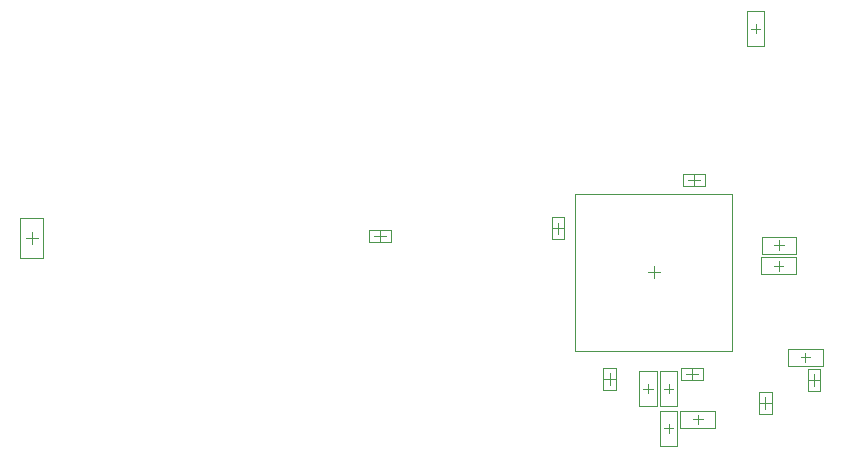
<source format=gbr>
%TF.GenerationSoftware,Altium Limited,Altium Designer,25.8.1 (18)*%
G04 Layer_Color=8388736*
%FSLAX45Y45*%
%MOMM*%
%TF.SameCoordinates,E40C52F6-B12D-486C-AAC2-1DB2447C0C70*%
%TF.FilePolarity,Positive*%
%TF.FileFunction,Other,Bottom_Courtyard*%
%TF.Part,Single*%
G01*
G75*
%TA.AperFunction,NonConductor*%
%ADD64C,0.10000*%
%ADD109C,0.05000*%
D64*
X6543079Y3209999D02*
Y3289999D01*
X6503079Y3249999D02*
X6583079D01*
X6990630Y6558432D02*
X7070630D01*
X7030630Y6518432D02*
Y6598433D01*
X5310000Y4867801D02*
X5410000D01*
X5360000Y4817801D02*
Y4917801D01*
X5412400Y4775401D02*
Y4960201D01*
X5307600D02*
X5412400D01*
X5307600Y4775401D02*
X5412400D01*
X5307600D02*
Y4960201D01*
X6513079Y5227054D02*
Y5327054D01*
X6463079Y5277053D02*
X6563079D01*
X6420679Y5329453D02*
X6605479D01*
X6420679Y5224654D02*
Y5329453D01*
X6605479Y5224654D02*
Y5329453D01*
X6420679Y5224654D02*
X6605479D01*
X7229414Y4685770D02*
Y4765769D01*
X7189414Y4725770D02*
X7269414D01*
X7475177Y3489711D02*
Y3674511D01*
Y3489711D02*
X7579977D01*
X7475177Y3674511D02*
X7579977D01*
Y3489711D02*
Y3674511D01*
X7527577Y3532111D02*
Y3632111D01*
X7477577Y3582111D02*
X7577577D01*
X851901Y4788801D02*
X951901D01*
X901901Y4738801D02*
Y4838801D01*
X7062347Y3297600D02*
Y3482400D01*
Y3297600D02*
X7167147D01*
X7062347Y3482400D02*
X7167147D01*
Y3297600D02*
Y3482400D01*
X7114747Y3340000D02*
Y3440000D01*
X7064747Y3390000D02*
X7164747D01*
X6120079Y3471029D02*
Y3551029D01*
X6080079Y3511029D02*
X6160079D01*
X6295079Y3471279D02*
Y3551279D01*
X6255079Y3511279D02*
X6335079D01*
X6294954Y3134999D02*
Y3214999D01*
X6254954Y3174999D02*
X6334954D01*
X6397679Y3688679D02*
X6582479D01*
X6397679Y3583879D02*
Y3688679D01*
X6582479Y3583879D02*
Y3688679D01*
X6397679Y3583879D02*
X6582479D01*
X6440079Y3636279D02*
X6540079D01*
X6490079Y3586279D02*
Y3686279D01*
X5742679Y3498880D02*
Y3683679D01*
Y3498880D02*
X5847479D01*
X5742679Y3683679D02*
X5847479D01*
Y3498880D02*
Y3683679D01*
X5795079Y3541280D02*
Y3641280D01*
X5745079Y3591280D02*
X5845079D01*
X7412577Y3775301D02*
X7492577D01*
X7452577Y3735301D02*
Y3815300D01*
X7186900Y4550612D02*
X7266900D01*
X7226900Y4510612D02*
Y4590612D01*
X6120079Y4497802D02*
X6220079D01*
X6170079Y4447801D02*
Y4547801D01*
X3849401Y4751800D02*
Y4851800D01*
X3799401Y4801800D02*
X3899401D01*
X3757001Y4749400D02*
X3941801D01*
Y4854200D01*
X3757001Y4749400D02*
Y4854200D01*
X3941801D01*
D109*
X6395179Y3322899D02*
X6690979D01*
X6395179Y3177099D02*
Y3322899D01*
Y3177099D02*
X6690979D01*
Y3322899D01*
X6957730Y6410533D02*
Y6706333D01*
Y6410533D02*
X7103530D01*
Y6706333D01*
X6957730D02*
X7103530D01*
X7081514Y4652870D02*
X7377314D01*
Y4798670D01*
X7081514D02*
X7377314D01*
X7081514Y4652870D02*
Y4798670D01*
X806501Y4618401D02*
X997301D01*
Y4959201D01*
X806501D02*
X997301D01*
X806501Y4618401D02*
Y4959201D01*
X6047179Y3658929D02*
X6192979D01*
Y3363129D02*
Y3658929D01*
X6047179Y3363129D02*
X6192979D01*
X6047179D02*
Y3658929D01*
X6222179Y3659179D02*
X6367979D01*
Y3363379D02*
Y3659179D01*
X6222179Y3363379D02*
X6367979D01*
X6222179D02*
Y3659179D01*
X6222054Y3027099D02*
X6367854D01*
X6222054D02*
Y3322899D01*
X6367854D01*
Y3027099D02*
Y3322899D01*
X7600477Y3702401D02*
Y3848201D01*
X7304677Y3702401D02*
X7600477D01*
X7304677D02*
Y3848201D01*
X7600477D01*
X7079000Y4477712D02*
Y4623512D01*
X7374800D01*
Y4477712D02*
Y4623512D01*
X7079000Y4477712D02*
X7374800D01*
X6835079Y3832801D02*
Y5162801D01*
X5505079Y3832801D02*
Y5162801D01*
X6835079D01*
X5505079Y3832801D02*
X6835079D01*
%TF.MD5,55c357afc0f9574ed97ef6b4fa487e67*%
M02*

</source>
